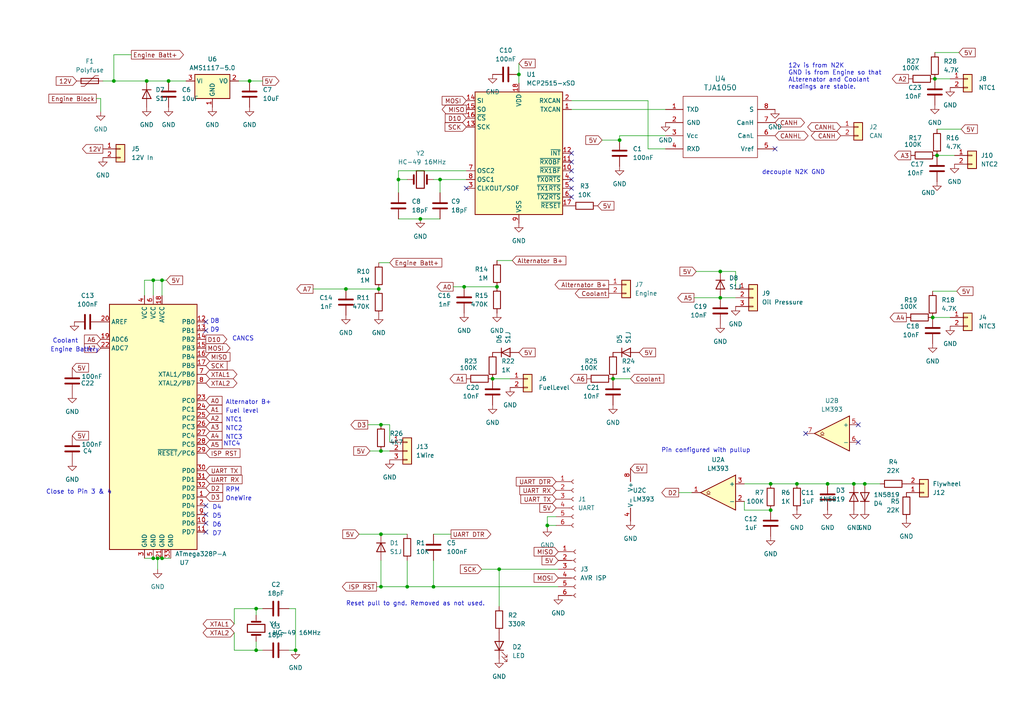
<source format=kicad_sch>
(kicad_sch (version 20230121) (generator eeschema)
  (paper "A4")
  (junction (at 144.78 165.1))
  (junction (at 42.545 23.495))
  (junction (at 158.75 152.4))
  (junction (at 240.03 140.335))
  (junction (at 247.65 140.335))
  (junction (at 270.51 92.075))
  (junction (at 208.915 78.74))
  (junction (at 46.99 81.28))
  (junction (at 150.495 21.59))
  (junction (at 223.52 147.955))
  (junction (at 142.875 109.855))
  (junction (at 271.78 45.085))
  (junction (at 118.11 170.18))
  (junction (at 231.14 140.335))
  (junction (at 44.45 161.925))
  (junction (at 44.45 81.28))
  (junction (at 179.705 40.64))
  (junction (at 134.62 83.185))
  (junction (at 72.39 23.495))
  (junction (at 115.57 52.07))
  (junction (at 110.49 123.19))
  (junction (at 125.73 170.18))
  (junction (at 45.72 161.925))
  (junction (at 250.825 140.335))
  (junction (at 144.145 83.185))
  (junction (at 110.49 170.18))
  (junction (at 85.725 188.595))
  (junction (at 110.49 154.94))
  (junction (at 121.92 63.5))
  (junction (at 33.02 23.495))
  (junction (at 177.8 109.855))
  (junction (at 100.33 83.82))
  (junction (at 127.635 52.07))
  (junction (at 46.99 161.925))
  (junction (at 74.295 188.595))
  (junction (at 110.49 130.81))
  (junction (at 271.145 22.86))
  (junction (at 223.52 140.335))
  (junction (at 48.895 23.495))
  (junction (at 208.915 86.36))
  (junction (at 109.855 83.82))
  (junction (at 74.295 176.53))
  (no_connect (at 59.69 151.765))
  (no_connect (at 59.69 93.345))
  (no_connect (at 233.68 125.73))
  (no_connect (at 59.69 146.685))
  (no_connect (at 165.735 54.61))
  (no_connect (at 165.735 44.45))
  (no_connect (at 165.735 57.15))
  (no_connect (at 135.255 54.61))
  (no_connect (at 59.69 154.305))
  (no_connect (at 224.79 43.18))
  (no_connect (at 165.735 46.99))
  (no_connect (at 248.92 123.19))
  (no_connect (at 165.735 49.53))
  (no_connect (at 248.92 128.27))
  (no_connect (at 165.735 52.07))
  (no_connect (at 59.69 95.885))
  (no_connect (at 59.69 149.225))
  (wire (pts (xy 125.73 170.18) (xy 161.925 170.18)))
  (wire (pts (xy 67.945 180.975) (xy 67.945 176.53)))
  (wire (pts (xy 115.57 52.07) (xy 115.57 55.88)))
  (wire (pts (xy 107.315 130.81) (xy 110.49 130.81)))
  (wire (pts (xy 174.625 40.64) (xy 179.705 40.64)))
  (wire (pts (xy 72.39 23.495) (xy 76.2 23.495)))
  (wire (pts (xy 278.13 15.24) (xy 271.145 15.24)))
  (wire (pts (xy 29.21 28.575) (xy 29.21 32.385)))
  (wire (pts (xy 177.8 109.855) (xy 182.88 109.855)))
  (wire (pts (xy 165.735 29.21) (xy 187.96 29.21)))
  (wire (pts (xy 46.99 161.925) (xy 49.53 161.925)))
  (wire (pts (xy 213.36 78.74) (xy 213.36 83.82)))
  (wire (pts (xy 74.295 176.53) (xy 74.295 178.435)))
  (wire (pts (xy 247.65 140.335) (xy 240.03 140.335)))
  (wire (pts (xy 110.49 154.94) (xy 118.11 154.94)))
  (wire (pts (xy 46.99 81.28) (xy 44.45 81.28)))
  (wire (pts (xy 150.495 18.415) (xy 150.495 21.59)))
  (wire (pts (xy 115.57 49.53) (xy 115.57 52.07)))
  (wire (pts (xy 45.72 161.925) (xy 46.99 161.925)))
  (wire (pts (xy 208.915 86.36) (xy 213.36 86.36)))
  (wire (pts (xy 277.495 84.455) (xy 270.51 84.455)))
  (wire (pts (xy 104.14 154.94) (xy 110.49 154.94)))
  (wire (pts (xy 41.91 81.28) (xy 41.91 85.725)))
  (wire (pts (xy 41.91 161.925) (xy 44.45 161.925)))
  (wire (pts (xy 271.78 45.085) (xy 276.86 45.085)))
  (wire (pts (xy 46.99 81.28) (xy 46.99 85.725)))
  (wire (pts (xy 27.94 28.575) (xy 29.21 28.575)))
  (wire (pts (xy 67.945 176.53) (xy 74.295 176.53)))
  (wire (pts (xy 125.73 52.07) (xy 127.635 52.07)))
  (wire (pts (xy 115.57 63.5) (xy 121.92 63.5)))
  (wire (pts (xy 74.295 176.53) (xy 76.2 176.53)))
  (wire (pts (xy 125.73 154.94) (xy 130.81 154.94)))
  (wire (pts (xy 121.92 63.5) (xy 127.635 63.5)))
  (wire (pts (xy 208.915 78.74) (xy 213.36 78.74)))
  (wire (pts (xy 48.26 81.28) (xy 46.99 81.28)))
  (wire (pts (xy 193.04 39.37) (xy 179.705 39.37)))
  (wire (pts (xy 33.02 23.495) (xy 42.545 23.495)))
  (wire (pts (xy 67.945 188.595) (xy 74.295 188.595)))
  (wire (pts (xy 38.1 15.875) (xy 33.02 15.875)))
  (wire (pts (xy 255.27 140.335) (xy 250.825 140.335)))
  (wire (pts (xy 127.635 52.07) (xy 127.635 55.88)))
  (wire (pts (xy 44.45 81.28) (xy 41.91 81.28)))
  (wire (pts (xy 179.705 39.37) (xy 179.705 40.64)))
  (wire (pts (xy 110.49 170.18) (xy 118.11 170.18)))
  (wire (pts (xy 250.825 140.335) (xy 247.65 140.335)))
  (wire (pts (xy 110.49 162.56) (xy 110.49 170.18)))
  (wire (pts (xy 201.93 78.74) (xy 208.915 78.74)))
  (wire (pts (xy 110.49 123.19) (xy 113.03 123.19)))
  (wire (pts (xy 44.45 161.925) (xy 45.72 161.925)))
  (wire (pts (xy 215.9 147.955) (xy 223.52 147.955)))
  (wire (pts (xy 215.9 145.415) (xy 215.9 147.955)))
  (wire (pts (xy 100.33 83.82) (xy 90.805 83.82)))
  (wire (pts (xy 109.855 76.2) (xy 113.03 76.2)))
  (wire (pts (xy 83.82 176.53) (xy 85.725 176.53)))
  (wire (pts (xy 150.495 21.59) (xy 150.495 24.13)))
  (wire (pts (xy 187.96 43.18) (xy 193.04 43.18)))
  (wire (pts (xy 118.11 170.18) (xy 125.73 170.18)))
  (wire (pts (xy 201.295 86.36) (xy 208.915 86.36)))
  (wire (pts (xy 110.49 130.81) (xy 113.03 130.81)))
  (wire (pts (xy 85.725 188.595) (xy 85.725 176.53)))
  (wire (pts (xy 67.945 183.515) (xy 67.945 188.595)))
  (wire (pts (xy 270.51 92.075) (xy 275.59 92.075)))
  (wire (pts (xy 278.765 37.465) (xy 271.78 37.465)))
  (wire (pts (xy 142.875 109.855) (xy 147.955 109.855)))
  (wire (pts (xy 215.9 140.335) (xy 223.52 140.335)))
  (wire (pts (xy 42.545 23.495) (xy 48.895 23.495)))
  (wire (pts (xy 144.145 75.565) (xy 148.59 75.565)))
  (wire (pts (xy 33.02 15.875) (xy 33.02 23.495)))
  (wire (pts (xy 161.29 149.86) (xy 158.75 149.86)))
  (wire (pts (xy 165.735 31.75) (xy 193.04 31.75)))
  (wire (pts (xy 144.78 165.1) (xy 161.925 165.1)))
  (wire (pts (xy 131.445 83.185) (xy 134.62 83.185)))
  (wire (pts (xy 158.75 149.86) (xy 158.75 152.4)))
  (wire (pts (xy 76.2 188.595) (xy 74.295 188.595)))
  (wire (pts (xy 29.845 23.495) (xy 33.02 23.495)))
  (wire (pts (xy 135.255 49.53) (xy 115.57 49.53)))
  (wire (pts (xy 69.215 23.495) (xy 72.39 23.495)))
  (wire (pts (xy 109.855 83.82) (xy 100.33 83.82)))
  (wire (pts (xy 83.82 188.595) (xy 85.725 188.595)))
  (wire (pts (xy 109.22 170.18) (xy 110.49 170.18)))
  (wire (pts (xy 187.96 29.21) (xy 187.96 43.18)))
  (wire (pts (xy 271.145 22.86) (xy 275.59 22.86)))
  (wire (pts (xy 74.295 188.595) (xy 74.295 186.055)))
  (wire (pts (xy 196.85 142.875) (xy 200.66 142.875)))
  (wire (pts (xy 139.7 165.1) (xy 144.78 165.1)))
  (wire (pts (xy 158.75 152.4) (xy 161.29 152.4)))
  (wire (pts (xy 45.72 161.925) (xy 45.72 165.1)))
  (wire (pts (xy 240.03 140.335) (xy 231.14 140.335)))
  (wire (pts (xy 113.03 128.27) (xy 113.03 123.19)))
  (wire (pts (xy 44.45 81.28) (xy 44.45 85.725)))
  (wire (pts (xy 48.895 23.495) (xy 53.975 23.495)))
  (wire (pts (xy 127.635 52.07) (xy 135.255 52.07)))
  (wire (pts (xy 231.14 140.335) (xy 223.52 140.335)))
  (wire (pts (xy 115.57 52.07) (xy 118.11 52.07)))
  (wire (pts (xy 144.145 83.185) (xy 134.62 83.185)))
  (wire (pts (xy 106.68 123.19) (xy 110.49 123.19)))
  (wire (pts (xy 118.11 162.56) (xy 118.11 170.18)))
  (wire (pts (xy 125.73 162.56) (xy 125.73 170.18)))
  (wire (pts (xy 158.75 152.4) (xy 158.75 153.035)))
  (wire (pts (xy 144.78 165.1) (xy 144.78 175.895)))
  (text "Alternator B+" (at 65.405 117.475 0) (effects (font (size 1.27 1.27)) (justify left bottom)))
  (text "RPM" (at 65.405 142.875 0) (effects (font (size 1.27 1.27)) (justify left bottom)))
  (text "D7" (at 61.595 155.575 0) (effects (font (size 1.27 1.27)) (justify left bottom)))
  (text "NTC3" (at 65.405 127.635 0) (effects (font (size 1.27 1.27)) (justify left bottom)))
  (text "NTC2" (at 65.405 125.095 0) (effects (font (size 1.27 1.27)) (justify left bottom)))
  (text "12v is from N2K\nGND is from Engine so that \nALterenator and Coolant \nreadings are stable." (at 228.6 26.035 0) (effects (font (size 1.27 1.27)) (justify left bottom)))
  (text "Reset pull to gnd. Removed as not used." (at 100.33 175.895 0) (effects (font (size 1.27 1.27)) (justify left bottom)))
  (text "Pin configured with pullup" (at 191.77 131.445 0) (effects (font (size 1.27 1.27)) (justify left bottom)))
  (text "Fuel level" (at 65.405 120.015 0) (effects (font (size 1.27 1.27)) (justify left bottom)))
  (text "Coolant" (at 15.24 99.695 0) (effects (font (size 1.27 1.27)) (justify left bottom)))
  (text "NTC1" (at 65.405 122.555 0) (effects (font (size 1.27 1.27)) (justify left bottom)))
  (text "D9" (at 60.96 96.52 0) (effects (font (size 1.27 1.27)) (justify left bottom)))
  (text "D4" (at 61.595 147.955 0) (effects (font (size 1.27 1.27)) (justify left bottom)))
  (text "OneWire" (at 65.405 145.415 0) (effects (font (size 1.27 1.27)) (justify left bottom)))
  (text "CANCS" (at 67.31 99.06 0) (effects (font (size 1.27 1.27)) (justify left bottom)))
  (text "decouple N2K GND" (at 220.98 50.8 0) (effects (font (size 1.27 1.27)) (justify left bottom)))
  (text "D8" (at 60.96 93.98 0) (effects (font (size 1.27 1.27)) (justify left bottom)))
  (text "NTC4" (at 64.77 129.54 0) (effects (font (size 1.27 1.27)) (justify left bottom)))
  (text "Close to Pin 3 & 4" (at 13.335 143.51 0) (effects (font (size 1.27 1.27)) (justify left bottom)))
  (text "D5" (at 61.595 150.495 0) (effects (font (size 1.27 1.27)) (justify left bottom)))
  (text "Engine Battery" (at 14.605 102.235 0) (effects (font (size 1.27 1.27)) (justify left bottom)))
  (text "D6" (at 61.595 153.035 0) (effects (font (size 1.27 1.27)) (justify left bottom)))
  (global_label "D10" (shape output) (at 59.69 98.425 0) (property "Intersheetrefs" "${INTERSHEET_REFS}" (effects hide)))
  (global_label "5V" (shape input) (at 277.495 84.455 0) (property "Intersheetrefs" "${INTERSHEET_REFS}" (effects hide)))
  (global_label "Alternator B+" (shape output) (at 176.53 82.55 180) (property "Intersheetrefs" "${INTERSHEET_REFS}" (effects hide)))
  (global_label "5V" (shape input) (at 107.315 130.81 180) (property "Intersheetrefs" "${INTERSHEET_REFS}" (effects hide)))
  (global_label "A4" (shape input) (at 59.69 126.365 0) (property "Intersheetrefs" "${INTERSHEET_REFS}" (effects hide)))
  (global_label "MISO" (shape output) (at 135.255 31.75 180) (property "Intersheetrefs" "${INTERSHEET_REFS}" (effects hide)))
  (global_label "A6" (shape output) (at 170.18 109.855 180) (property "Intersheetrefs" "${INTERSHEET_REFS}" (effects hide)))
  (global_label "SCK" (shape input) (at 135.255 36.83 180) (property "Intersheetrefs" "${INTERSHEET_REFS}" (effects hide)))
  (global_label "A2" (shape input) (at 59.69 121.285 0) (property "Intersheetrefs" "${INTERSHEET_REFS}" (effects hide)))
  (global_label "CANH" (shape bidirectional) (at 243.84 39.37 180) (property "Intersheetrefs" "${INTERSHEET_REFS}" (effects hide)))
  (global_label "MOSI" (shape input) (at 135.255 29.21 180) (property "Intersheetrefs" "${INTERSHEET_REFS}" (effects hide)))
  (global_label "5V" (shape input) (at 20.955 126.365 0) (property "Intersheetrefs" "${INTERSHEET_REFS}" (effects hide)))
  (global_label "XTAL1" (shape bidirectional) (at 67.945 180.975 180) (property "Intersheetrefs" "${INTERSHEET_REFS}" (effects hide)))
  (global_label "UART DTR" (shape input) (at 161.29 139.7 180) (property "Intersheetrefs" "${INTERSHEET_REFS}" (effects hide)))
  (global_label "5V" (shape input) (at 174.625 40.64 180) (property "Intersheetrefs" "${INTERSHEET_REFS}" (effects hide)))
  (global_label "XTAL2" (shape bidirectional) (at 67.945 183.515 180) (property "Intersheetrefs" "${INTERSHEET_REFS}" (effects hide)))
  (global_label "5V" (shape input) (at 48.26 81.28 0) (property "Intersheetrefs" "${INTERSHEET_REFS}" (effects hide)))
  (global_label "5V" (shape input) (at 161.29 147.32 180) (property "Intersheetrefs" "${INTERSHEET_REFS}" (effects hide)))
  (global_label "A7" (shape input) (at 29.21 100.965 180) (property "Intersheetrefs" "${INTERSHEET_REFS}" (effects hide)))
  (global_label "A3" (shape input) (at 59.69 123.825 0) (property "Intersheetrefs" "${INTERSHEET_REFS}" (effects hide)))
  (global_label "D3" (shape output) (at 106.68 123.19 180) (property "Intersheetrefs" "${INTERSHEET_REFS}" (effects hide)))
  (global_label "A3" (shape output) (at 264.16 45.085 180) (property "Intersheetrefs" "${INTERSHEET_REFS}" (effects hide)))
  (global_label "CANHL" (shape bidirectional) (at 224.79 39.37 0) (property "Intersheetrefs" "${INTERSHEET_REFS}" (effects hide)))
  (global_label "A5" (shape output) (at 201.295 86.36 180) (property "Intersheetrefs" "${INTERSHEET_REFS}" (effects hide)))
  (global_label "5V" (shape input) (at 185.42 102.235 0) (property "Intersheetrefs" "${INTERSHEET_REFS}" (effects hide)))
  (global_label "A7" (shape output) (at 90.805 83.82 180) (property "Intersheetrefs" "${INTERSHEET_REFS}" (effects hide)))
  (global_label "Engine Batt+" (shape output) (at 38.1 15.875 0) (property "Intersheetrefs" "${INTERSHEET_REFS}" (effects hide)))
  (global_label "5V" (shape input) (at 150.495 102.235 0) (property "Intersheetrefs" "${INTERSHEET_REFS}" (effects hide)))
  (global_label "12V" (shape output) (at 29.845 43.18 180) (property "Intersheetrefs" "${INTERSHEET_REFS}" (effects hide)))
  (global_label "Coolant" (shape input) (at 182.88 109.855 0) (property "Intersheetrefs" "${INTERSHEET_REFS}" (effects hide)))
  (global_label "5V" (shape input) (at 20.955 106.68 0) (property "Intersheetrefs" "${INTERSHEET_REFS}" (effects hide)))
  (global_label "A0" (shape input) (at 59.69 116.205 0) (property "Intersheetrefs" "${INTERSHEET_REFS}" (effects hide)))
  (global_label "SCK" (shape input) (at 139.7 165.1 180) (property "Intersheetrefs" "${INTERSHEET_REFS}" (effects hide)))
  (global_label "A0" (shape output) (at 131.445 83.185 180) (property "Intersheetrefs" "${INTERSHEET_REFS}" (effects hide)))
  (global_label "A1" (shape input) (at 59.69 118.745 0) (property "Intersheetrefs" "${INTERSHEET_REFS}" (effects hide)))
  (global_label "5V" (shape input) (at 278.13 15.24 0) (property "Intersheetrefs" "${INTERSHEET_REFS}" (effects hide)))
  (global_label "UART DTR" (shape output) (at 130.81 154.94 0) (property "Intersheetrefs" "${INTERSHEET_REFS}" (effects hide)))
  (global_label "5V" (shape input) (at 150.495 18.415 0) (property "Intersheetrefs" "${INTERSHEET_REFS}" (effects hide)))
  (global_label "D2" (shape output) (at 196.85 142.875 180) (property "Intersheetrefs" "${INTERSHEET_REFS}" (effects hide)))
  (global_label "XTAL1" (shape bidirectional) (at 59.69 108.585 0) (property "Intersheetrefs" "${INTERSHEET_REFS}" (effects hide)))
  (global_label "Alternator B+" (shape input) (at 148.59 75.565 0) (property "Intersheetrefs" "${INTERSHEET_REFS}" (effects hide)))
  (global_label "UART TX" (shape input) (at 161.29 144.78 180) (property "Intersheetrefs" "${INTERSHEET_REFS}" (effects hide)))
  (global_label "D2" (shape input) (at 59.69 141.605 0) (property "Intersheetrefs" "${INTERSHEET_REFS}" (effects hide)))
  (global_label "ISP RST" (shape input) (at 59.69 131.445 0) (property "Intersheetrefs" "${INTERSHEET_REFS}" (effects hide)))
  (global_label "D3" (shape input) (at 59.69 144.145 0) (property "Intersheetrefs" "${INTERSHEET_REFS}" (effects hide)))
  (global_label "CANHL" (shape bidirectional) (at 243.84 36.83 180) (property "Intersheetrefs" "${INTERSHEET_REFS}" (effects hide)))
  (global_label "MOSI" (shape output) (at 59.69 100.965 0) (property "Intersheetrefs" "${INTERSHEET_REFS}" (effects hide)))
  (global_label "A4" (shape output) (at 262.89 92.075 180) (property "Intersheetrefs" "${INTERSHEET_REFS}" (effects hide)))
  (global_label "MISO" (shape input) (at 59.69 103.505 0) (property "Intersheetrefs" "${INTERSHEET_REFS}" (effects hide)))
  (global_label "Engine Block" (shape passive) (at 27.94 28.575 180) (property "Intersheetrefs" "${INTERSHEET_REFS}" (effects hide)))
  (global_label "5V" (shape input) (at 278.765 37.465 0) (property "Intersheetrefs" "${INTERSHEET_REFS}" (effects hide)))
  (global_label "Engine Batt+" (shape input) (at 113.03 76.2 0) (property "Intersheetrefs" "${INTERSHEET_REFS}" (effects hide)))
  (global_label "5V" (shape input) (at 161.925 162.56 180) (property "Intersheetrefs" "${INTERSHEET_REFS}" (effects hide)))
  (global_label "ISP RST" (shape output) (at 109.22 170.18 180) (property "Intersheetrefs" "${INTERSHEET_REFS}" (effects hide)))
  (global_label "5V" (shape input) (at 182.88 135.89 0) (property "Intersheetrefs" "${INTERSHEET_REFS}" (effects hide)))
  (global_label "A5" (shape input) (at 59.69 128.905 0) (property "Intersheetrefs" "${INTERSHEET_REFS}" (effects hide)))
  (global_label "Coolant" (shape output) (at 176.53 85.09 180) (property "Intersheetrefs" "${INTERSHEET_REFS}" (effects hide)))
  (global_label "UART TX" (shape input) (at 59.69 136.525 0) (property "Intersheetrefs" "${INTERSHEET_REFS}" (effects hide)))
  (global_label "SCK" (shape input) (at 59.69 106.045 0) (property "Intersheetrefs" "${INTERSHEET_REFS}" (effects hide)))
  (global_label "MISO" (shape input) (at 161.925 160.02 180) (property "Intersheetrefs" "${INTERSHEET_REFS}" (effects hide)))
  (global_label "MOSI" (shape input) (at 161.925 167.64 180) (property "Intersheetrefs" "${INTERSHEET_REFS}" (effects hide)))
  (global_label "5V" (shape input) (at 173.355 59.69 0) (property "Intersheetrefs" "${INTERSHEET_REFS}" (effects hide)))
  (global_label "UART RX" (shape input) (at 59.69 139.065 0) (property "Intersheetrefs" "${INTERSHEET_REFS}" (effects hide)))
  (global_label "5V" (shape input) (at 104.14 154.94 180) (property "Intersheetrefs" "${INTERSHEET_REFS}" (effects hide)))
  (global_label "XTAL2" (shape bidirectional) (at 59.69 111.125 0) (property "Intersheetrefs" "${INTERSHEET_REFS}" (effects hide)))
  (global_label "A1" (shape output) (at 135.255 109.855 180) (property "Intersheetrefs" "${INTERSHEET_REFS}" (effects hide)))
  (global_label "D10" (shape input) (at 135.255 34.29 180) (property "Intersheetrefs" "${INTERSHEET_REFS}" (effects hide)))
  (global_label "A6" (shape input) (at 29.21 98.425 180) (property "Intersheetrefs" "${INTERSHEET_REFS}" (effects hide)))
  (global_label "12V" (shape input) (at 22.225 23.495 180) (property "Intersheetrefs" "${INTERSHEET_REFS}" (effects hide)))
  (global_label "A2" (shape output) (at 263.525 22.86 180) (property "Intersheetrefs" "${INTERSHEET_REFS}" (effects hide)))
  (global_label "5V" (shape input) (at 201.93 78.74 180) (property "Intersheetrefs" "${INTERSHEET_REFS}" (effects hide)))
  (global_label "CANH" (shape bidirectional) (at 224.79 35.56 0) (property "Intersheetrefs" "${INTERSHEET_REFS}" (effects hide)))
  (global_label "UART RX" (shape input) (at 161.29 142.24 180) (property "Intersheetrefs" "${INTERSHEET_REFS}" (effects hide)))
  (global_label "5V" (shape output) (at 76.2 23.495 0) (property "Intersheetrefs" "${INTERSHEET_REFS}" (effects hide)))
  (symbol (lib_id "power:GND") (at 250.825 147.955 0) (mirror y) (unit 1)
    (property "Reference" "#PWR019" (effects hide))
    (property "Value" "GND" (at 250.825 153.035 0))
  )
  (symbol (lib_id "power:GND") (at 224.79 31.75 0) (unit 1)
    (property "Reference" "#PWR03" (effects hide))
    (property "Value" "GND" (at 224.79 36.83 0))
  )
  (symbol (lib_id "Device:R") (at 110.49 127 0) (mirror y) (unit 1)
    (property "Reference" "R26" (at 113.03 125.73 0) (effects (justify right)))
    (property "Value" "4K7" (at 113.03 128.27 0) (effects (justify right)))
    (property "Footprint" "Resistor_SMD:R_0805_2012Metric_Pad1.20x1.40mm_HandSolder" (effects hide))
    (property "stock" "Y" (effects hide))
  )
  (symbol (lib_id "Device:C") (at 125.73 158.75 180) (unit 1)
    (property "Reference" "C5" (at 129.54 157.48 0) (effects (justify right)))
    (property "Value" "100nF" (at 129.54 160.02 0) (effects (justify right)))
    (property "Footprint" "Capacitor_SMD:C_0805_2012Metric_Pad1.18x1.45mm_HandSolder" (effects hide))
    (property "stock" "Bought" (effects hide))
  )
  (symbol (lib_id "Device:R") (at 144.145 86.995 0) (mirror x) (unit 1)
    (property "Reference" "R15" (at 141.605 85.725 0) (effects (justify right)))
    (property "Value" "470K" (at 141.605 88.265 0) (effects (justify right)))
    (property "Footprint" "Resistor_SMD:R_0805_2012Metric_Pad1.20x1.40mm_HandSolder" (effects hide))
    (property "stock" "Y" (effects hide))
  )
  (symbol (lib_id "power:GND") (at 29.845 45.72 0) (mirror y) (unit 1)
    (property "Reference" "#PWR012" (effects hide))
    (property "Value" "GND" (at 29.845 50.8 0))
  )
  (symbol (lib_id "power:GND") (at 144.145 90.805 0) (mirror y) (unit 1)
    (property "Reference" "#PWR030" (effects hide))
    (property "Value" "GND" (at 144.145 95.885 0))
  )
  (symbol (lib_id "power:GND") (at 177.8 117.475 0) (mirror y) (unit 1)
    (property "Reference" "#PWR036" (effects hide))
    (property "Value" "GND" (at 177.8 122.555 0))
  )
  (symbol (lib_id "Device:D") (at 250.825 144.145 270) (mirror x) (unit 1)
    (property "Reference" "D4" (at 253.365 146.05 90) (effects (justify left)))
    (property "Value" "1N5819" (at 253.365 143.51 90) (effects (justify left)))
    (property "Footprint" "Diode_SMD:D_SOD-123" (effects hide))
    (property "Sim.Device" "D" (effects hide))
    (property "Sim.Pins" "1=K 2=A" (effects hide))
    (property "stock" "Y" (effects hide))
  )
  (symbol (lib_id "Device:D") (at 247.65 144.145 90) (mirror x) (unit 1)
    (property "Reference" "D3" (at 245.11 142.24 90) (effects (justify left)))
    (property "Value" "1N5819" (at 245.11 144.78 90) (effects (justify left)))
    (property "Footprint" "Diode_SMD:D_SOD-123" (effects hide))
    (property "Sim.Device" "D" (effects hide))
    (property "Sim.Pins" "1=K 2=A" (effects hide))
    (property "stock" "Y" (effects hide))
  )
  (symbol (lib_id "Device:R") (at 144.145 79.375 0) (mirror x) (unit 1)
    (property "Reference" "R14" (at 141.605 78.105 0) (effects (justify right)))
    (property "Value" "1M" (at 141.605 80.645 0) (effects (justify right)))
    (property "Footprint" "Resistor_SMD:R_0805_2012Metric_Pad1.20x1.40mm_HandSolder" (effects hide))
    (property "stock" "Y" (effects hide))
  )
  (symbol (lib_id "power:GND") (at 231.14 147.955 0) (mirror y) (unit 1)
    (property "Reference" "#PWR022" (effects hide))
    (property "Value" "GND" (at 231.14 153.035 0))
  )
  (symbol (lib_id "power:GND") (at 275.59 25.4 0) (mirror y) (unit 1)
    (property "Reference" "#PWR045" (effects hide))
    (property "Value" "GND" (at 275.59 30.48 0))
  )
  (symbol (lib_id "Connector_Generic:Conn_01x02") (at 280.67 22.86 0) (unit 1)
    (property "Reference" "J8" (at 283.845 22.86 0) (effects (justify left)))
    (property "Value" "NTC1" (at 283.845 25.4 0) (effects (justify left)))
    (property "Footprint" "TerminalBlock_Phoenix:TerminalBlock_Phoenix_MKDS-1,5-2-5.08_1x02_P5.08mm_Horizontal" (effects hide))
    (property "stock" "Y" (effects hide))
  )
  (symbol (lib_id "Device:D") (at 208.915 82.55 270) (unit 1)
    (property "Reference" "D8" (at 211.455 80.645 90) (effects (justify left)))
    (property "Value" "S1J" (at 211.455 83.185 90) (effects (justify left)))
    (property "Footprint" "Diode_SMD:D_0805_2012Metric_Pad1.15x1.40mm_HandSolder" (effects hide))
    (property "Sim.Device" "D" (effects hide))
    (property "Sim.Pins" "1=K 2=A" (effects hide))
    (property "stock" "Y" (effects hide))
  )
  (symbol (lib_id "Regulator_Linear:AMS1117-5.0") (at 61.595 23.495 0) (unit 1)
    (property "Reference" "U6" (at 61.595 17.145 0))
    (property "Value" "AMS1117-5.0" (at 61.595 19.685 0))
    (property "Footprint" "Package_TO_SOT_SMD:SOT-223-3_TabPin2" (effects hide))
    (property "Datasheet" "http://www.advanced-monolithic.com/pdf/ds1117.pdf" (effects hide))
    (property "stock" "Y" (effects hide))
  )
  (symbol (lib_id "Device:D") (at 42.545 27.305 270) (unit 1)
    (property "Reference" "D7" (at 45.085 26.035 90) (effects (justify left)))
    (property "Value" "S1J" (at 45.085 28.575 90) (effects (justify left)))
    (property "Footprint" "Diode_SMD:D_0805_2012Metric_Pad1.15x1.40mm_HandSolder" (effects hide))
    (property "Sim.Device" "D" (effects hide))
    (property "Sim.Pins" "1=K 2=A" (effects hide))
    (property "stock" "Y" (effects hide))
  )
  (symbol (lib_id "Device:LED") (at 144.78 187.325 90) (unit 1)
    (property "Reference" "D2" (at 148.59 187.6425 90) (effects (justify right)))
    (property "Value" "LED" (at 148.59 190.1825 90) (effects (justify right)))
    (property "Footprint" "LED_SMD:LED_0805_2012Metric_Pad1.15x1.40mm_HandSolder" (effects hide))
    (property "stock" "Y" (effects hide))
  )
  (symbol (lib_id "Device:R") (at 109.855 87.63 0) (mirror x) (unit 1)
    (property "Reference" "R11" (at 107.315 86.36 0) (effects (justify right)))
    (property "Value" "470K" (at 107.315 88.9 0) (effects (justify right)))
    (property "Footprint" "Resistor_SMD:R_0805_2012Metric_Pad1.20x1.40mm_HandSolder" (effects hide))
    (property "stock" "Y" (effects hide))
  )
  (symbol (lib_id "power:GND") (at 193.04 35.56 0) (unit 1)
    (property "Reference" "#PWR02" (effects hide))
    (property "Value" "GND" (at 193.04 40.64 0))
  )
  (symbol (lib_id "Device:R") (at 118.11 158.75 0) (unit 1)
    (property "Reference" "R1" (at 120.65 157.48 0) (effects (justify left)))
    (property "Value" "10K" (at 120.65 160.02 0) (effects (justify left)))
    (property "Footprint" "Resistor_SMD:R_0805_2012Metric_Pad1.20x1.40mm_HandSolder" (effects hide))
    (property "stock" "Y" (effects hide))
  )
  (symbol (lib_id "Device:C") (at 20.955 110.49 180) (unit 1)
    (property "Reference" "C22" (at 25.4 111.125 0))
    (property "Value" "100nF" (at 26.67 109.22 0))
    (property "Footprint" "Capacitor_SMD:C_0805_2012Metric_Pad1.18x1.45mm_HandSolder" (effects hide))
    (property "stock" "Bought" (effects hide))
  )
  (symbol (lib_id "Device:C") (at 271.145 26.67 0) (mirror x) (unit 1)
    (property "Reference" "C23" (at 267.335 25.4 0) (effects (justify right)))
    (property "Value" "10nF" (at 267.335 27.94 0) (effects (justify right)))
    (property "Footprint" "Capacitor_SMD:C_0805_2012Metric_Pad1.18x1.45mm_HandSolder" (effects hide))
    (property "stock" "Y" (effects hide))
  )
  (symbol (lib_id "Device:R") (at 142.875 106.045 180) (unit 1)
    (property "Reference" "R22" (at 145.415 104.775 0) (effects (justify right)))
    (property "Value" "1K" (at 145.415 107.315 0) (effects (justify right)))
    (property "Footprint" "Resistor_SMD:R_0805_2012Metric_Pad1.20x1.40mm_HandSolder" (effects hide))
    (property "stock" "Y" (effects hide))
  )
  (symbol (lib_id "power:GND") (at 262.89 150.495 0) (mirror y) (unit 1)
    (property "Reference" "#PWR018" (effects hide))
    (property "Value" "GND" (at 262.89 155.575 0))
  )
  (symbol (lib_id "power:GND") (at 42.545 31.115 0) (unit 1)
    (property "Reference" "#PWR037" (effects hide))
    (property "Value" "GND" (at 42.545 36.195 0))
  )
  (symbol (lib_id "Device:C") (at 223.52 151.765 0) (mirror x) (unit 1)
    (property "Reference" "C12" (at 219.71 150.495 0) (effects (justify right)))
    (property "Value" "1uF" (at 219.71 153.035 0) (effects (justify right)))
    (property "Footprint" "Capacitor_SMD:C_0805_2012Metric_Pad1.18x1.45mm_HandSolder" (effects hide))
    (property "stock" "Y" (effects hide))
  )
  (symbol (lib_id "Device:R") (at 271.78 41.275 180) (unit 1)
    (property "Reference" "R16" (at 274.32 40.005 0) (effects (justify right)))
    (property "Value" "4.7K" (at 274.32 42.545 0) (effects (justify right)))
    (property "Footprint" "Resistor_SMD:R_0805_2012Metric_Pad1.20x1.40mm_HandSolder" (effects hide))
    (property "stock" "Y" (effects hide))
  )
  (symbol (lib_id "Device:D") (at 146.685 102.235 0) (unit 1)
    (property "Reference" "D6" (at 144.78 99.695 90) (effects (justify left)))
    (property "Value" "S1J" (at 147.32 99.695 90) (effects (justify left)))
    (property "Footprint" "Diode_SMD:D_0805_2012Metric_Pad1.15x1.40mm_HandSolder" (effects hide))
    (property "Sim.Device" "D" (effects hide))
    (property "Sim.Pins" "1=K 2=A" (effects hide))
    (property "stock" "Y" (effects hide))
  )
  (symbol (lib_id "Device:R") (at 173.99 109.855 90) (mirror x) (unit 1)
    (property "Reference" "R25" (at 171.45 104.775 90))
    (property "Value" "100K" (at 170.815 106.68 90))
    (property "Footprint" "Resistor_SMD:R_0805_2012Metric_Pad1.20x1.40mm_HandSolder" (effects hide))
    (property "stock" "Y" (effects hide))
  )
  (symbol (lib_id "Comparator:LM393") (at 208.28 142.875 0) (mirror y) (unit 1)
    (property "Reference" "U2" (at 208.28 133.35 0))
    (property "Value" "LM393" (at 208.28 135.89 0))
    (property "Footprint" "Package_SO:SOIC-8_3.9x4.9mm_P1.27mm" (effects hide))
    (property "Datasheet" "http://www.ti.com/lit/ds/symlink/lm393.pdf" (effects hide))
  )
  (symbol (lib_id "power:GND") (at 134.62 90.805 0) (mirror y) (unit 1)
    (property "Reference" "#PWR031" (effects hide))
    (property "Value" "GND" (at 134.62 95.885 0))
  )
  (symbol (lib_id "Connector_Generic:Conn_01x02") (at 181.61 82.55 0) (unit 1)
    (property "Reference" "J7" (at 184.15 82.55 0) (effects (justify left)))
    (property "Value" "Engine" (at 184.15 85.09 0) (effects (justify left)))
    (property "Footprint" "TerminalBlock_Phoenix:TerminalBlock_Phoenix_MKDS-1,5-2-5.08_1x02_P5.08mm_Horizontal" (effects hide))
    (property "stock" "Y" (effects hide))
  )
  (symbol (lib_id "power:GND") (at 275.59 94.615 0) (mirror y) (unit 1)
    (property "Reference" "#PWR040" (effects hide))
    (property "Value" "GND" (at 275.59 99.695 0))
  )
  (symbol (lib_id "Device:C") (at 240.03 144.145 0) (mirror x) (unit 1)
    (property "Reference" "C11" (at 236.22 142.875 0) (effects (justify right)))
    (property "Value" "1uF" (at 236.22 145.415 0) (effects (justify right)))
    (property "Footprint" "Capacitor_SMD:C_0805_2012Metric_Pad1.18x1.45mm_HandSolder" (effects hide))
    (property "stock" "Y" (effects hide))
  )
  (symbol (lib_id "Connector_Generic:Conn_01x03") (at 118.11 130.81 0) (unit 1)
    (property "Reference" "J13" (at 120.65 129.54 0) (effects (justify left)))
    (property "Value" "1Wire" (at 120.65 132.08 0) (effects (justify left)))
    (property "Footprint" "TerminalBlock_Phoenix:TerminalBlock_Phoenix_MKDS-1,5-3-5.08_1x03_P5.08mm_Horizontal" (effects hide))
    (property "stock" "Y" (effects hide))
  )
  (symbol (lib_id "Device:R") (at 144.78 179.705 0) (unit 1)
    (property "Reference" "R2" (at 147.32 178.435 0) (effects (justify left)))
    (property "Value" "330R" (at 147.32 180.975 0) (effects (justify left)))
    (property "Footprint" "Resistor_SMD:R_0805_2012Metric_Pad1.20x1.40mm_HandSolder" (effects hide))
    (property "stock" "Y" (effects hide))
  )
  (symbol (lib_id "Device:C") (at 20.955 130.175 180) (unit 1)
    (property "Reference" "C4" (at 25.4 130.81 0))
    (property "Value" "100nF" (at 26.67 128.905 0))
    (property "Footprint" "Capacitor_SMD:C_0805_2012Metric_Pad1.18x1.45mm_HandSolder" (effects hide))
    (property "stock" "Bought" (effects hide))
  )
  (symbol (lib_id "Device:Polyfuse") (at 26.035 23.495 90) (unit 1)
    (property "Reference" "F1" (at 26.035 17.78 90))
    (property "Value" "Polyfuse" (at 26.035 20.32 90))
    (property "Footprint" "Fuse:Fuse_1812_4532Metric_Pad1.30x3.40mm_HandSolder" (effects hide))
    (property "stock" "Bought" (effects hide))
  )
  (symbol (lib_id "power:GND") (at 161.925 172.72 0) (unit 1)
    (property "Reference" "#PWR09" (effects hide))
    (property "Value" "GND" (at 161.925 177.8 0))
  )
  (symbol (lib_id "Connector:Conn_01x06_Socket") (at 167.005 165.1 0) (unit 1)
    (property "Reference" "J3" (at 168.275 165.1 0) (effects (justify left)))
    (property "Value" "AVR ISP" (at 168.275 167.64 0) (effects (justify left)))
    (property "Footprint" "Connector_PinHeader_2.54mm:PinHeader_2x03_P2.54mm_Vertical" (effects hide))
    (property "stock" "Y" (effects hide))
  )
  (symbol (lib_id "Connector_Generic:Conn_01x02") (at 34.925 43.18 0) (unit 1)
    (property "Reference" "J5" (at 38.1 43.18 0) (effects (justify left)))
    (property "Value" "12V In" (at 38.1 45.72 0) (effects (justify left)))
    (property "Footprint" "TerminalBlock_Phoenix:TerminalBlock_Phoenix_MKDS-1,5-2-5.08_1x02_P5.08mm_Horizontal" (effects hide))
    (property "stock" "Y" (effects hide))
  )
  (symbol (lib_id "Device:D") (at 181.61 102.235 0) (unit 1)
    (property "Reference" "D5" (at 179.705 99.695 90) (effects (justify left)))
    (property "Value" "S1J" (at 182.245 99.695 90) (effects (justify left)))
    (property "Footprint" "Diode_SMD:D_0805_2012Metric_Pad1.15x1.40mm_HandSolder" (effects hide))
    (property "Sim.Device" "D" (effects hide))
    (property "Sim.Pins" "1=K 2=A" (effects hide))
    (property "stock" "Y" (effects hide))
  )
  (symbol (lib_id "power:GND") (at 85.725 188.595 0) (unit 1)
    (property "Reference" "#PWR04" (effects hide))
    (property "Value" "GND" (at 85.725 193.675 0))
  )
  (symbol (lib_id "Comparator:LM393") (at 180.34 143.51 0) (mirror y) (unit 3)
    (property "Reference" "U2" (at 183.515 142.24 0) (effects (justify right)))
    (property "Value" "LM393" (at 183.515 144.78 0) (effects (justify right)))
    (property "Footprint" "Package_SO:SOIC-8_3.9x4.9mm_P1.27mm" (effects hide))
    (property "Datasheet" "http://www.ti.com/lit/ds/symlink/lm393.pdf" (effects hide))
  )
  (symbol (lib_id "Device:D") (at 110.49 158.75 270) (unit 1)
    (property "Reference" "D1" (at 113.03 157.48 90) (effects (justify left)))
    (property "Value" "S1J" (at 113.03 160.02 90) (effects (justify left)))
    (property "Footprint" "Diode_SMD:D_0805_2012Metric_Pad1.15x1.40mm_HandSolder" (effects hide))
    (property "Sim.Device" "D" (effects hide))
    (property "Sim.Pins" "1=K 2=A" (effects hide))
    (property "stock" "Y" (effects hide))
  )
  (symbol (lib_id "power:GND") (at 142.875 21.59 0) (unit 1)
    (property "Reference" "#PWR017" (effects hide))
    (property "Value" "GND" (at 142.875 26.67 0))
  )
  (symbol (lib_id "Device:R") (at 270.51 88.265 180) (unit 1)
    (property "Reference" "R18" (at 273.05 86.995 0) (effects (justify right)))
    (property "Value" "4.7K" (at 273.05 89.535 0) (effects (justify right)))
    (property "Footprint" "Resistor_SMD:R_0805_2012Metric_Pad1.20x1.40mm_HandSolder" (effects hide))
    (property "stock" "Y" (effects hide))
  )
  (symbol (lib_id "Device:C") (at 134.62 86.995 0) (mirror x) (unit 1)
    (property "Reference" "C16" (at 130.81 85.725 0) (effects (justify right)))
    (property "Value" "1nF" (at 130.81 88.265 0) (effects (justify right)))
    (property "Footprint" "Capacitor_SMD:C_0805_2012Metric_Pad1.18x1.45mm_HandSolder" (effects hide))
    (property "stock" "Y" (effects hide))
  )
  (symbol (lib_id "Device:C") (at 146.685 21.59 90) (unit 1)
    (property "Reference" "C10" (at 146.685 14.605 90))
    (property "Value" "100nF" (at 146.685 17.145 90))
    (property "Footprint" "Capacitor_SMD:C_0805_2012Metric_Pad1.18x1.45mm_HandSolder" (effects hide))
    (property "stock" "Bought" (effects hide))
  )
  (symbol (lib_id "Connector_Generic:Conn_01x03") (at 218.44 86.36 0) (unit 1)
    (property "Reference" "J9" (at 220.98 85.09 0) (effects (justify left)))
    (property "Value" "Oil Pressure" (at 220.98 87.63 0) (effects (justify left)))
    (property "Footprint" "TerminalBlock_Phoenix:TerminalBlock_Phoenix_MKDS-1,5-3-5.08_1x03_P5.08mm_Horizontal" (effects hide))
    (property "stock" "Y" (effects hide))
  )
  (symbol (lib_id "Device:C") (at 127.635 59.69 180) (unit 1)
    (property "Reference" "C9" (at 130.81 58.42 0) (effects (justify right)))
    (property "Value" "18pF" (at 130.81 60.96 0) (effects (justify right)))
    (property "Footprint" "Capacitor_SMD:C_0805_2012Metric_Pad1.18x1.45mm_HandSolder" (effects hide))
    (property "stock" "Bought" (effects hide))
  )
  (symbol (lib_id "power:GND") (at 213.36 88.9 0) (mirror y) (unit 1)
    (property "Reference" "#PWR039" (effects hide))
    (property "Value" "GND" (at 213.36 93.98 0))
  )
  (symbol (lib_id "Connector:Conn_01x06_Socket") (at 166.37 144.78 0) (unit 1)
    (property "Reference" "J1" (at 167.64 144.78 0) (effects (justify left)))
    (property "Value" "UART" (at 167.64 147.32 0) (effects (justify left)))
    (property "Footprint" "Connector_PinSocket_2.54mm:PinSocket_1x06_P2.54mm_Vertical" (effects hide))
    (property "stock" "Y" (effects hide))
  )
  (symbol (lib_id "power:GND") (at 45.72 165.1 0) (unit 1)
    (property "Reference" "#PWR048" (effects hide))
    (property "Value" "GND" (at 45.72 170.18 0))
  )
  (symbol (lib_id "Device:R") (at 267.335 22.86 90) (mirror x) (unit 1)
    (property "Reference" "R27" (at 264.795 17.78 90))
    (property "Value" "100K" (at 264.16 19.685 90))
    (property "Footprint" "Resistor_SMD:R_0805_2012Metric_Pad1.20x1.40mm_HandSolder" (effects hide))
    (property "stock" "Y" (effects hide))
  )
  (symbol (lib_id "power:GND") (at 72.39 31.115 0) (unit 1)
    (property "Reference" "#PWR013" (effects hide))
    (property "Value" "GND" (at 72.39 36.195 0))
  )
  (symbol (lib_id "power:GND") (at 100.33 91.44 0) (mirror y) (unit 1)
    (property "Reference" "#PWR027" (effects hide))
    (property "Value" "GND" (at 100.33 96.52 0))
  )
  (symbol (lib_id "MCU_Microchip_ATmega:ATmega328P-A") (at 44.45 123.825 0) (unit 1)
    (property "Reference" "U7" (at 52.07 163.195 0) (effects (justify left)))
    (property "Value" "ATmega328P-A" (at 50.8 160.655 0) (effects (justify left)))
    (property "Footprint" "Package_QFP:TQFP-32_7x7mm_P0.8mm" (effects hide))
    (property "Datasheet" "http://ww1.microchip.com/downloads/en/DeviceDoc/ATmega328_P%20AVR%20MCU%20with%20picoPower%20Technology%20Data%20Sheet%2040001984A.pdf" (effects hide))
    (property "stock" "Bought" (effects hide))
  )
  (symbol (lib_id "power:GND") (at 276.86 47.625 0) (mirror y) (unit 1)
    (property "Reference" "#PWR041" (effects hide))
    (property "Value" "GND" (at 276.86 52.705 0))
  )
  (symbol (lib_id "Device:R") (at 271.145 19.05 180) (unit 1)
    (property "Reference" "R28" (at 273.685 17.78 0) (effects (justify right)))
    (property "Value" "4.7K" (at 273.685 20.32 0) (effects (justify right)))
    (property "Footprint" "Resistor_SMD:R_0805_2012Metric_Pad1.20x1.40mm_HandSolder" (effects hide))
    (property "stock" "Y" (effects hide))
  )
  (symbol (lib_id "power:GND") (at 144.78 191.135 0) (unit 1)
    (property "Reference" "#PWR011" (effects hide))
    (property "Value" "GND" (at 144.78 196.215 0))
  )
  (symbol (lib_id "power:GND") (at 21.59 93.345 0) (unit 1)
    (property "Reference" "#PWR025" (effects hide))
    (property "Value" "GND" (effects hide))
  )
  (symbol (lib_id "Connector_Generic:Conn_01x02") (at 153.035 109.855 0) (unit 1)
    (property "Reference" "J6" (at 156.21 109.855 0) (effects (justify left)))
    (property "Value" "FuelLevel" (at 156.21 112.395 0) (effects (justify left)))
    (property "Footprint" "TerminalBlock_Phoenix:TerminalBlock_Phoenix_MKDS-1,5-2-5.08_1x02_P5.08mm_Horizontal" (effects hide))
    (property "stock" "Y" (effects hide))
  )
  (symbol (lib_id "power:GND") (at 271.145 30.48 0) (mirror y) (unit 1)
    (property "Reference" "#PWR042" (effects hide))
    (property "Value" "GND" (at 271.145 35.56 0))
  )
  (symbol (lib_id "power:GND") (at 20.955 133.985 0) (unit 1)
    (property "Reference" "#PWR08" (effects hide))
    (property "Value" "GND" (at 20.955 139.065 0))
  )
  (symbol (lib_id "Device:R") (at 267.97 45.085 90) (mirror x) (unit 1)
    (property "Reference" "R17" (at 265.43 40.005 90))
    (property "Value" "100K" (at 264.795 41.91 90))
    (property "Footprint" "Resistor_SMD:R_0805_2012Metric_Pad1.20x1.40mm_HandSolder" (effects hide))
    (property "stock" "Y" (effects hide))
  )
  (symbol (lib_id "power:GND") (at 20.955 114.3 0) (unit 1)
    (property "Reference" "#PWR05" (effects hide))
    (property "Value" "GND" (at 20.955 119.38 0))
  )
  (symbol (lib_id "power:GND") (at 271.78 52.705 0) (mirror y) (unit 1)
    (property "Reference" "#PWR033" (effects hide))
    (property "Value" "GND" (at 269.24 55.88 0))
  )
  (symbol (lib_id "Connector_Generic:Conn_01x02") (at 248.92 36.83 0) (unit 1)
    (property "Reference" "J2" (at 252.095 36.83 0) (effects (justify left)))
    (property "Value" "CAN" (at 252.095 39.37 0) (effects (justify left)))
    (property "Footprint" "TerminalBlock_Phoenix:TerminalBlock_Phoenix_MKDS-1,5-2-5.08_1x02_P5.08mm_Horizontal" (effects hide))
    (property "stock" "Y" (effects hide))
  )
  (symbol (lib_id "power:GND") (at 61.595 31.115 0) (unit 1)
    (property "Reference" "#PWR06" (effects hide))
    (property "Value" "GND" (at 61.595 36.195 0))
  )
  (symbol (lib_id "Device:R") (at 231.14 144.145 0) (mirror x) (unit 1)
    (property "Reference" "R6" (at 229.235 142.875 0) (effects (justify right)))
    (property "Value" "1K" (at 229.235 145.415 0) (effects (justify right)))
    (property "Footprint" "Resistor_SMD:R_0805_2012Metric_Pad1.20x1.40mm_HandSolder" (effects hide))
    (property "stock" "Y" (effects hide))
  )
  (symbol (lib_id "Device:C") (at 100.33 87.63 0) (mirror x) (unit 1)
    (property "Reference" "C14" (at 96.52 86.36 0) (effects (justify right)))
    (property "Value" "1nF" (at 96.52 88.9 0) (effects (justify right)))
    (property "Footprint" "Capacitor_SMD:C_0805_2012Metric_Pad1.18x1.45mm_HandSolder" (effects hide))
    (property "stock" "Y" (effects hide))
  )
  (symbol (lib_id "Device:Crystal") (at 121.92 52.07 180) (unit 1)
    (property "Reference" "Y2" (at 121.92 44.45 0))
    (property "Value" " HC-49 16MHz" (at 121.92 46.99 0))
    (property "Footprint" "Crystal:Crystal_SMD_HC49-SD" (effects hide))
    (property "Datasheet" "https://docs.rs-online.com/b452/0900766b812f2ae6.pdf" (effects hide))
    (property "stock" "Bought" (effects hide))
  )
  (symbol (lib_id "Device:C") (at 142.875 113.665 0) (mirror x) (unit 1)
    (property "Reference" "C20" (at 139.065 112.395 0) (effects (justify right)))
    (property "Value" "10nF" (at 139.065 114.935 0) (effects (justify right)))
    (property "Footprint" "Capacitor_SMD:C_0805_2012Metric_Pad1.18x1.45mm_HandSolder" (effects hide))
    (property "stock" "Y" (effects hide))
  )
  (symbol (lib_id "Device:R") (at 109.855 80.01 0) (mirror x) (unit 1)
    (property "Reference" "R10" (at 107.315 78.74 0) (effects (justify right)))
    (property "Value" "1M" (at 107.315 81.28 0) (effects (justify right)))
    (property "Footprint" "Resistor_SMD:R_0805_2012Metric_Pad1.20x1.40mm_HandSolder" (effects hide))
    (property "stock" "Y" (effects hide))
  )
  (symbol (lib_id "power:GND") (at 113.03 133.35 0) (unit 1)
    (property "Reference" "#PWR044" (effects hide))
    (property "Value" "GND" (at 113.03 138.43 0))
  )
  (symbol (lib_id "mydevices:TJA1050") (at 209.55 30.48 0) (unit 1)
    (property "Reference" "U4" (at 208.915 22.86 0) (effects (font (size 1.524 1.524))))
    (property "Value" "TJA1050" (at 208.915 25.4 0) (effects (font (size 1.524 1.524))))
    (property "Footprint" "Package_SO:SOIC-8_3.9x4.9mm_P1.27mm" (effects hide))
    (property "stock" "Salvage" (effects hide))
  )
  (symbol (lib_id "Device:R") (at 177.8 106.045 180) (unit 1)
    (property "Reference" "R24" (at 180.34 104.775 0) (effects (justify right)))
    (property "Value" "1K" (at 180.34 107.315 0) (effects (justify right)))
    (property "Footprint" "Resistor_SMD:R_0805_2012Metric_Pad1.20x1.40mm_HandSolder" (effects hide))
    (property "stock" "Y" (effects hide))
  )
  (symbol (lib_id "Device:R") (at 139.065 109.855 90) (mirror x) (unit 1)
    (property "Reference" "R23" (at 136.525 104.775 90))
    (property "Value" "100K" (at 135.89 106.68 90))
    (property "Footprint" "Resistor_SMD:R_0805_2012Metric_Pad1.20x1.40mm_HandSolder" (effects hide))
    (property "stock" "Y" (effects hide))
  )
  (symbol (lib_id "Comparator:LM393") (at 241.3 125.73 0) (mirror y) (unit 2)
    (property "Reference" "U2" (at 241.3 116.205 0))
    (property "Value" "LM393" (at 241.3 118.745 0))
    (property "Footprint" "Package_SO:SOIC-8_3.9x4.9mm_P1.27mm" (effects hide))
    (property "Datasheet" "http://www.ti.com/lit/ds/symlink/lm393.pdf" (effects hide))
  )
  (symbol (lib_id "Device:R") (at 169.545 59.69 90) (unit 1)
    (property "Reference" "R3" (at 169.545 53.975 90))
    (property "Value" "10K" (at 169.545 56.515 90))
    (property "Footprint" "Resistor_SMD:R_0805_2012Metric_Pad1.20x1.40mm_HandSolder" (effects hide))
    (property "stock" "Y" (effects hide))
  )
  (symbol (lib_id "power:GND") (at 109.855 91.44 0) (mirror y) (unit 1)
    (property "Reference" "#PWR026" (effects hide))
    (property "Value" "GND" (at 109.855 96.52 0))
  )
  (symbol (lib_id "Device:C") (at 115.57 59.69 180) (unit 1)
    (property "Reference" "C8" (at 119.38 58.42 0) (effects (justify right)))
    (property "Value" "18pF" (at 119.38 60.96 0) (effects (justify right)))
    (property "Footprint" "Capacitor_SMD:C_0805_2012Metric_Pad1.18x1.45mm_HandSolder" (effects hide))
    (property "stock" "Bought" (effects hide))
  )
  (symbol (lib_id "Device:C") (at 270.51 95.885 0) (mirror x) (unit 1)
    (property "Reference" "C18" (at 266.7 94.615 0) (effects (justify right)))
    (property "Value" "10nF" (at 266.7 97.155 0) (effects (justify right)))
    (property "Footprint" "Capacitor_SMD:C_0805_2012Metric_Pad1.18x1.45mm_HandSolder" (effects hide))
    (property "stock" "Y" (effects hide))
  )
  (symbol (lib_id "power:GND") (at 179.705 48.26 0) (unit 1)
    (property "Reference" "#PWR01" (effects hide))
    (property "Value" "GND" (at 179.705 53.34 0))
  )
  (symbol (lib_id "power:GND") (at 48.895 31.115 0) (unit 1)
    (property "Reference" "#PWR014" (effects hide))
    (property "Value" "GND" (at 48.895 36.195 0))
  )
  (symbol (lib_id "power:GND") (at 247.65 147.955 0) (mirror y) (unit 1)
    (property "Reference" "#PWR020" (effects hide))
    (property "Value" "GND" (at 247.65 153.035 0))
  )
  (symbol (lib_id "Device:C") (at 179.705 44.45 0) (unit 1)
    (property "Reference" "C1" (at 183.515 43.18 0) (effects (justify left)))
    (property "Value" "100nF" (at 183.515 45.72 0) (effects (justify left)))
    (property "Footprint" "Capacitor_SMD:C_0805_2012Metric_Pad1.18x1.45mm_HandSolder" (effects hide))
    (property "stock" "Bought" (effects hide))
  )
  (symbol (lib_id "power:GND") (at 182.88 151.13 0) (mirror y) (unit 1)
    (property "Reference" "#PWR07" (effects hide))
    (property "Value" "GND" (at 182.88 156.21 0))
  )
  (symbol (lib_id "power:GND") (at 142.875 117.475 0) (mirror y) (unit 1)
    (property "Reference" "#PWR035" (effects hide))
    (property "Value" "GND" (at 142.875 122.555 0))
  )
  (symbol (lib_id "Device:R") (at 262.89 146.685 0) (mirror x) (unit 1)
    (property "Reference" "R5" (at 260.985 145.415 0) (effects (justify right)))
    (property "Value" "22K" (at 260.985 147.955 0) (effects (justify right)))
    (property "Footprint" "Resistor_SMD:R_0805_2012Metric_Pad1.20x1.40mm_HandSolder" (effects hide))
    (property "stock" "Y" (effects hide))
  )
  (symbol (lib_id "power:GND") (at 121.92 63.5 0) (unit 1)
    (property "Reference" "#PWR015" (effects hide))
    (property "Value" "GND" (at 121.92 68.58 0))
  )
  (symbol (lib_id "Device:C") (at 177.8 113.665 0) (mirror x) (unit 1)
    (property "Reference" "C21" (at 173.99 112.395 0) (effects (justify right)))
    (property "Value" "10nF" (at 173.99 114.935 0) (effects (justify right)))
    (property "Footprint" "Capacitor_SMD:C_0805_2012Metric_Pad1.18x1.45mm_HandSolder" (effects hide))
    (property "stock" "Y" (effects hide))
  )
  (symbol (lib_id "Connector_Generic:Conn_01x02") (at 281.94 45.085 0) (unit 1)
    (property "Reference" "J10" (at 284.48 45.085 0) (effects (justify left)))
    (property "Value" "NTC2" (at 284.48 47.625 0) (effects (justify left)))
    (property "Footprint" "TerminalBlock_Phoenix:TerminalBlock_Phoenix_MKDS-1,5-2-5.08_1x02_P5.08mm_Horizontal" (effects hide))
    (property "stock" "Y" (effects hide))
  )
  (symbol (lib_id "power:GND") (at 240.03 147.955 0) (mirror y) (unit 1)
    (property "Reference" "#PWR021" (effects hide))
    (property "Value" "GND" (at 240.03 153.035 0))
  )
  (symbol (lib_id "Device:C") (at 48.895 27.305 0) (unit 1)
    (property "Reference" "C6" (at 52.705 26.035 0) (effects (justify left)))
    (property "Value" "10uF" (at 52.705 28.575 0) (effects (justify left)))
    (property "Footprint" "Capacitor_SMD:C_1206_3216Metric_Pad1.33x1.80mm_HandSolder" (effects hide))
    (property "stock" "Y" (effects hide))
  )
  (symbol (lib_id "Device:R") (at 223.52 144.145 0) (mirror x) (unit 1)
    (property "Reference" "R7" (at 221.615 142.875 0) (effects (justify right)))
    (property "Value" "100K" (at 221.615 145.415 0) (effects (justify right)))
    (property "Footprint" "Resistor_SMD:R_0805_2012Metric_Pad1.20x1.40mm_HandSolder" (effects hide))
    (property "stock" "Y" (effects hide))
  )
  (symbol (lib_id "power:GND") (at 208.915 93.98 0) (mirror y) (unit 1)
    (property "Reference" "#PWR034" (effects hide))
    (property "Value" "GND" (at 208.915 99.06 0))
  )
  (symbol (lib_id "power:GND") (at 150.495 64.77 0) (unit 1)
    (property "Reference" "#PWR016" (effects hide))
    (property "Value" "GND" (at 150.495 69.85 0))
  )
  (symbol (lib_id "Device:C") (at 25.4 93.345 270) (unit 1)
    (property "Reference" "C13" (at 25.4 85.725 90))
    (property "Value" "100nF" (at 25.4 88.265 90))
    (property "Footprint" "Capacitor_SMD:C_0805_2012Metric_Pad1.18x1.45mm_HandSolder" (effects hide))
    (property "stock" "Bought" (effects hide))
  )
  (symbol (lib_id "Connector_Generic:Conn_01x02") (at 267.97 142.875 0) (mirror x) (unit 1)
    (property "Reference" "J12" (at 270.51 142.875 0) (effects (justify left)))
    (property "Value" "Flywheel" (at 270.51 140.335 0) (effects (justify left)))
    (property "Footprint" "TerminalBlock_Phoenix:TerminalBlock_Phoenix_MKDS-1,5-2-5.08_1x02_P5.08mm_Horizontal" (effects hide))
    (property "stock" "Y" (effects hide))
  )
  (symbol (lib_id "Device:R") (at 266.7 92.075 90) (mirror x) (unit 1)
    (property "Reference" "R19" (at 264.16 86.995 90))
    (property "Value" "100K" (at 263.525 88.9 90))
    (property "Footprint" "Resistor_SMD:R_0805_2012Metric_Pad1.20x1.40mm_HandSolder" (effects hide))
    (property "stock" "Y" (effects hide))
  )
  (symbol (lib_id "Connector_Generic:Conn_01x02") (at 280.67 92.075 0) (unit 1)
    (property "Reference" "J4" (at 283.845 92.075 0) (effects (justify left)))
    (property "Value" "NTC3" (at 283.845 94.615 0) (effects (justify left)))
    (property "Footprint" "TerminalBlock_Phoenix:TerminalBlock_Phoenix_MKDS-1,5-2-5.08_1x02_P5.08mm_Horizontal" (effects hide))
    (property "stock" "Y" (effects hide))
  )
  (symbol (lib_id "Device:C") (at 72.39 27.305 0) (unit 1)
    (property "Reference" "C7" (at 76.2 26.035 0) (effects (justify left)))
    (property "Value" "10uF" (at 76.2 28.575 0) (effects (justify left)))
    (property "Footprint" "Capacitor_SMD:C_1206_3216Metric_Pad1.33x1.80mm_HandSolder" (effects hide))
    (property "stock" "Y" (effects hide))
  )
  (symbol (lib_id "Device:C") (at 271.78 48.895 0) (mirror x) (unit 1)
    (property "Reference" "C17" (at 267.97 47.625 0) (effects (justify right)))
    (property "Value" "10nF" (at 267.97 50.165 0) (effects (justify right)))
    (property "Footprint" "Capacitor_SMD:C_0805_2012Metric_Pad1.18x1.45mm_HandSolder" (effects hide))
    (property "stock" "Y" (effects hide))
  )
  (symbol (lib_id "Device:C") (at 208.915 90.17 0) (mirror x) (unit 1)
    (property "Reference" "C19" (at 205.105 88.9 0) (effects (justify right)))
    (property "Value" "10nF" (at 205.105 91.44 0) (effects (justify right)))
    (property "Footprint" "Capacitor_SMD:C_0805_2012Metric_Pad1.18x1.45mm_HandSolder" (effects hide))
    (property "stock" "Y" (effects hide))
  )
  (symbol (lib_id "power:GND") (at 270.51 99.695 0) (mirror y) (unit 1)
    (property "Reference" "#PWR032" (effects hide))
    (property "Value" "GND" (at 270.51 104.775 0))
  )
  (symbol (lib_id "Device:R") (at 259.08 140.335 270) (mirror x) (unit 1)
    (property "Reference" "R4" (at 259.08 133.985 90))
    (property "Value" "22K" (at 259.08 136.525 90))
    (property "Footprint" "Resistor_SMD:R_0805_2012Metric_Pad1.20x1.40mm_HandSolder" (effects hide))
    (property "stock" "Y" (effects hide))
  )
  (symbol (lib_id "power:GND") (at 158.75 153.035 0) (unit 1)
    (property "Reference" "#PWR010" (effects hide))
    (property "Value" "GND" (at 158.75 158.115 0))
  )
  (symbol (lib_id "Device:C") (at 80.01 188.595 90) (unit 1)
    (property "Reference" "C3" (at 80.01 181.61 90))
    (property "Value" "18pF" (at 80.01 184.15 90))
    (property "Footprint" "Capacitor_SMD:C_0805_2012Metric_Pad1.18x1.45mm_HandSolder" (effects hide))
    (property "stock" "Bought" (effects hide))
  )
  (symbol (lib_id "power:GND") (at 223.52 155.575 0) (mirror y) (unit 1)
    (property "Reference" "#PWR023" (effects hide))
    (property "Value" "GND" (at 223.52 160.655 0))
  )
  (symbol (lib_id "Interface_CAN_LIN:MCP2515-xSO") (at 150.495 44.45 0) (unit 1)
    (property "Reference" "U1" (at 152.6891 21.59 0) (effects (justify left)))
    (property "Value" "MCP2515-xSO" (at 152.6891 24.13 0) (effects (justify left)))
    (property "Footprint" "Package_SO:SOIC-18W_7.5x11.6mm_P1.27mm" (effects hide))
    (property "Datasheet" "http://ww1.microchip.com/downloads/en/DeviceDoc/21801e.pdf" (effects hide))
    (property "stock" "Salvage" (effects hide))
  )
  (symbol (lib_id "power:GND") (at 147.955 112.395 0) (mirror y) (unit 1)
    (property "Reference" "#PWR043" (effects hide))
    (property "Value" "GND" (at 147.955 117.475 0))
  )
  (symbol (lib_id "Device:Crystal") (at 74.295 182.245 90) (unit 1)
    (property "Reference" "Y1" (at 78.105 180.975 90) (effects (justify right)))
    (property "Value" " HC-49 16MHz" (at 78.105 183.515 90) (effects (justify right)))
    (property "Footprint" "Crystal:Crystal_SMD_HC49-SD" (effects hide))
    (property "Datasheet" "https://docs.rs-online.com/b452/0900766b812f2ae6.pdf" (effects hide))
    (property "stock" "Bought" (effects hide))
  )
  (symbol (lib_id "Device:C") (at 80.01 176.53 90) (unit 1)
    (property "Reference" "C2" (at 80.01 169.545 90))
    (property "Value" "18pF" (at 80.01 172.085 90))
    (property "Footprint" "Capacitor_SMD:C_0805_2012Metric_Pad1.18x1.45mm_HandSolder" (effects hide))
    (property "stock" "Bought" (effects hide))
  )
  (symbol (lib_id "power:GND") (at 29.21 32.385 0) (mirror y) (unit 1)
    (property "Reference" "#PWR029" (effects hide))
    (property "Value" "GND" (at 29.21 37.465 0))
  )
)
</source>
